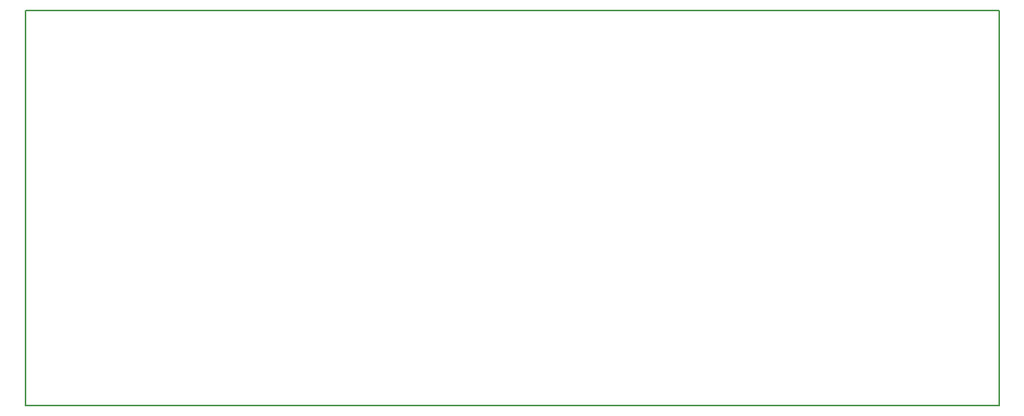
<source format=gbo>
G04 MADE WITH FRITZING*
G04 WWW.FRITZING.ORG*
G04 SINGLE SIDED*
G04 HOLES NOT PLATED*
G04 CONTOUR ON CENTER OF CONTOUR VECTOR*
%ASAXBY*%
%FSLAX23Y23*%
%MOIN*%
%OFA0B0*%
%SFA1.0B1.0*%
%ADD10R,4.330720X1.761700X4.314720X1.745700*%
%ADD11C,0.008000*%
%LNSILK0*%
G90*
G70*
G54D11*
X4Y1758D02*
X4327Y1758D01*
X4327Y4D01*
X4Y4D01*
X4Y1758D01*
D02*
G04 End of Silk0*
M02*
</source>
